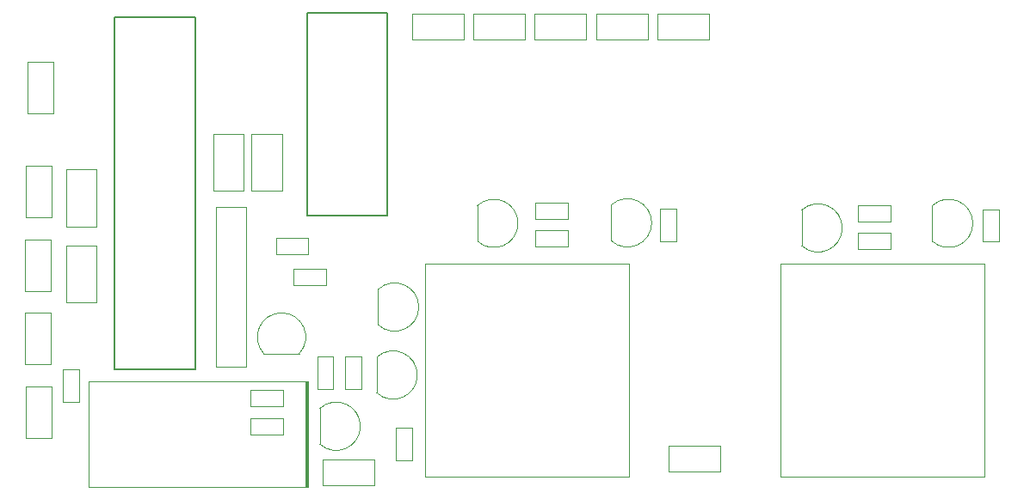
<source format=gm1>
G04 Layer_Color=16711935*
%FSLAX25Y25*%
%MOIN*%
G70*
G01*
G75*
%ADD27C,0.00787*%
%ADD45C,0.00394*%
D27*
X71850Y47638D02*
Y82185D01*
Y148130D02*
Y184252D01*
X40354D02*
X71850D01*
X40354Y49213D02*
Y184252D01*
Y47638D02*
Y49213D01*
Y47638D02*
X71850D01*
Y82185D02*
Y148130D01*
X146161Y107283D02*
Y186023D01*
X115177Y107283D02*
X146161D01*
X115177D02*
Y186023D01*
X146161D01*
D45*
X357185Y97441D02*
G03*
X357185Y111221I6367J6890D01*
G01*
X306594Y95669D02*
G03*
X306594Y109449I6367J6890D01*
G01*
X142559Y64961D02*
G03*
X142559Y78740I6367J6890D01*
G01*
X112008Y53839D02*
G03*
X98228Y53839I-6890J6367D01*
G01*
X119921Y18701D02*
G03*
X119921Y32480I6367J6890D01*
G01*
X141969Y38583D02*
G03*
X141969Y52362I6367J6890D01*
G01*
X181004Y97441D02*
G03*
X181004Y111221I6367J6890D01*
G01*
X232776Y97638D02*
G03*
X232776Y111417I6367J6890D01*
G01*
X26772Y35039D02*
Y47638D01*
X20472Y35039D02*
Y47638D01*
Y35039D02*
X26772D01*
X20472Y47638D02*
X26772D01*
X377530Y5906D02*
Y88780D01*
X298454D02*
X377530D01*
X298454Y5906D02*
Y88780D01*
Y5906D02*
X377530D01*
X239735D02*
Y88780D01*
X160659D02*
X239735D01*
X160659Y5906D02*
Y88780D01*
Y5906D02*
X239735D01*
X357185Y97441D02*
Y111221D01*
X306594Y95669D02*
Y109449D01*
X142559Y64961D02*
Y78740D01*
X78741Y116928D02*
Y138983D01*
X90560D01*
Y116928D02*
Y138983D01*
X78741Y116928D02*
X90560D01*
X93505D02*
Y138983D01*
X105324D01*
Y116928D02*
Y138983D01*
X93505Y116928D02*
X105324D01*
X376870Y97244D02*
Y109843D01*
X383169D01*
Y97244D02*
Y109843D01*
X376870Y97244D02*
X383169D01*
X118897Y39961D02*
Y52559D01*
X125196D01*
Y39961D02*
Y52559D01*
X118897Y39961D02*
X125196D01*
X136024Y39960D02*
Y52559D01*
X129725Y39960D02*
X136024D01*
X129725D02*
Y52559D01*
X136024D01*
X93110Y22441D02*
X105709D01*
Y28740D01*
X93110D02*
X105709D01*
X93110Y22441D02*
Y28740D01*
Y33267D02*
X105709D01*
Y39566D01*
X93110D02*
X105709D01*
X93110Y33267D02*
Y39566D01*
X136024Y39961D02*
Y52559D01*
X129725D02*
X136024D01*
X129725Y39961D02*
Y52559D01*
Y39961D02*
X136024D01*
X118897Y39961D02*
Y52559D01*
Y39961D02*
X125196D01*
Y52559D01*
X118897D02*
X125196D01*
X149409Y12402D02*
Y25000D01*
X155708D01*
Y12402D02*
Y25000D01*
X149409Y12402D02*
X155708D01*
X155709D02*
Y25000D01*
X149410D02*
X155709D01*
X149410Y12402D02*
Y25000D01*
Y12402D02*
X155709D01*
X109843Y86812D02*
X122441D01*
Y80512D02*
Y86812D01*
X109843Y80512D02*
X122441D01*
X109843D02*
Y86812D01*
X102953Y98623D02*
X115551D01*
Y92323D02*
Y98623D01*
X102953Y92323D02*
X115551D01*
X102953D02*
Y98623D01*
X30512Y43110D02*
X115157D01*
X115551Y2165D02*
Y43110D01*
X30512Y2165D02*
X115157D01*
X30512D02*
Y43110D01*
X115157Y2165D02*
Y43110D01*
X114764Y2165D02*
Y43110D01*
X114370Y2165D02*
Y43110D01*
X79724Y48622D02*
X91535D01*
X79724D02*
Y110827D01*
X91535D01*
Y48622D02*
Y110827D01*
X33464Y103143D02*
Y125198D01*
X21645Y103143D02*
X33464D01*
X21645D02*
Y125198D01*
X33464D01*
X21654Y73620D02*
Y95676D01*
X33473D01*
Y73620D02*
Y95676D01*
X21654Y73620D02*
X33473D01*
X98228Y53839D02*
X112008D01*
X119921Y18701D02*
Y32480D01*
X141969Y38583D02*
Y52362D01*
X181004Y97441D02*
Y111221D01*
X15945Y106614D02*
Y126614D01*
X5945Y106614D02*
X15945D01*
X5945D02*
Y126614D01*
X15945D01*
X5709Y78110D02*
Y98110D01*
X15709D01*
Y78110D02*
Y98110D01*
X5709Y78110D02*
X15709D01*
X15945Y20984D02*
Y40984D01*
X5945Y20984D02*
X15945D01*
X5945D02*
Y40984D01*
X15945D01*
X5709Y49724D02*
Y69724D01*
X15709D01*
Y49724D02*
Y69724D01*
X5709Y49724D02*
X15709D01*
X254961Y7874D02*
X274961D01*
X254961D02*
Y17874D01*
X274961D01*
Y7874D02*
Y17874D01*
X6693Y147165D02*
Y167165D01*
X16693D01*
Y147165D02*
Y167165D01*
X6693Y147165D02*
X16693D01*
X121102Y12598D02*
X141102D01*
Y2598D02*
Y12598D01*
X121102Y2598D02*
X141102D01*
X121102D02*
Y12598D01*
X155748Y185827D02*
X175748D01*
Y175827D02*
Y185827D01*
X155748Y175827D02*
X175748D01*
X155748D02*
Y185827D01*
X179370D02*
X199370D01*
Y175827D02*
Y185827D01*
X179370Y175827D02*
X199370D01*
X179370D02*
Y185827D01*
X202992D02*
X222992D01*
Y175827D02*
Y185827D01*
X202992Y175827D02*
X222992D01*
X202992D02*
Y185827D01*
X227008D02*
X247008D01*
Y175827D02*
Y185827D01*
X227008Y175827D02*
X247008D01*
X227008D02*
Y185827D01*
X250630D02*
X270630D01*
Y175827D02*
Y185827D01*
X250630Y175827D02*
X270630D01*
X250630D02*
Y185827D01*
X203346Y95275D02*
X215945D01*
X203346D02*
Y101574D01*
X215945D01*
Y95275D02*
Y101574D01*
X203347Y112402D02*
X215945D01*
Y106103D02*
Y112402D01*
X203347Y106103D02*
X215945D01*
X203347D02*
Y112402D01*
X232776Y97638D02*
Y111417D01*
X251771Y97441D02*
Y110040D01*
X258070D01*
Y97441D02*
Y110040D01*
X251771Y97441D02*
X258070D01*
X328346Y94291D02*
X340945D01*
X328346D02*
Y100590D01*
X340945D01*
Y94291D02*
Y100590D01*
X328347Y111418D02*
X340945D01*
Y105119D02*
Y111418D01*
X328347Y105119D02*
X340945D01*
X328347D02*
Y111418D01*
M02*

</source>
